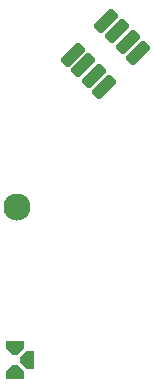
<source format=gbr>
%TF.GenerationSoftware,KiCad,Pcbnew,8.0.4-8.0.4-0~ubuntu24.04.1*%
%TF.CreationDate,2024-08-17T18:05:16+02:00*%
%TF.ProjectId,KSS-220A_Lens_Flex,4b53532d-3232-4304-915f-4c656e735f46,0.1*%
%TF.SameCoordinates,Original*%
%TF.FileFunction,Soldermask,Bot*%
%TF.FilePolarity,Negative*%
%FSLAX46Y46*%
G04 Gerber Fmt 4.6, Leading zero omitted, Abs format (unit mm)*
G04 Created by KiCad (PCBNEW 8.0.4-8.0.4-0~ubuntu24.04.1) date 2024-08-17 18:05:16*
%MOMM*%
%LPD*%
G01*
G04 APERTURE LIST*
G04 Aperture macros list*
%AMRoundRect*
0 Rectangle with rounded corners*
0 $1 Rounding radius*
0 $2 $3 $4 $5 $6 $7 $8 $9 X,Y pos of 4 corners*
0 Add a 4 corners polygon primitive as box body*
4,1,4,$2,$3,$4,$5,$6,$7,$8,$9,$2,$3,0*
0 Add four circle primitives for the rounded corners*
1,1,$1+$1,$2,$3*
1,1,$1+$1,$4,$5*
1,1,$1+$1,$6,$7*
1,1,$1+$1,$8,$9*
0 Add four rect primitives between the rounded corners*
20,1,$1+$1,$2,$3,$4,$5,0*
20,1,$1+$1,$4,$5,$6,$7,0*
20,1,$1+$1,$6,$7,$8,$9,0*
20,1,$1+$1,$8,$9,$2,$3,0*%
%AMOutline5P*
0 Free polygon, 5 corners , with rotation*
0 The origin of the aperture is its center*
0 number of corners: always 5*
0 $1 to $10 corner X, Y*
0 $11 Rotation angle, in degrees counterclockwise*
0 create outline with 5 corners*
4,1,5,$1,$2,$3,$4,$5,$6,$7,$8,$9,$10,$1,$2,$11*%
%AMOutline6P*
0 Free polygon, 6 corners , with rotation*
0 The origin of the aperture is its center*
0 number of corners: always 6*
0 $1 to $12 corner X, Y*
0 $13 Rotation angle, in degrees counterclockwise*
0 create outline with 6 corners*
4,1,6,$1,$2,$3,$4,$5,$6,$7,$8,$9,$10,$11,$12,$1,$2,$13*%
%AMOutline7P*
0 Free polygon, 7 corners , with rotation*
0 The origin of the aperture is its center*
0 number of corners: always 7*
0 $1 to $14 corner X, Y*
0 $15 Rotation angle, in degrees counterclockwise*
0 create outline with 7 corners*
4,1,7,$1,$2,$3,$4,$5,$6,$7,$8,$9,$10,$11,$12,$13,$14,$1,$2,$15*%
%AMOutline8P*
0 Free polygon, 8 corners , with rotation*
0 The origin of the aperture is its center*
0 number of corners: always 8*
0 $1 to $16 corner X, Y*
0 $17 Rotation angle, in degrees counterclockwise*
0 create outline with 8 corners*
4,1,8,$1,$2,$3,$4,$5,$6,$7,$8,$9,$10,$11,$12,$13,$14,$15,$16,$1,$2,$17*%
G04 Aperture macros list end*
%ADD10C,2.300000*%
%ADD11Outline6P,-0.800000X0.000000X-0.200000X0.600000X0.200000X0.600000X0.800000X0.000000X0.800000X-0.600000X-0.800000X-0.600000X0.000000*%
%ADD12Outline6P,-0.800000X0.000000X-0.200000X0.600000X0.200000X0.600000X0.800000X0.000000X0.800000X-0.600000X-0.800000X-0.600000X90.000000*%
%ADD13Outline6P,-0.800000X0.000000X-0.200000X0.600000X0.200000X0.600000X0.800000X0.000000X0.800000X-0.600000X-0.800000X-0.600000X180.000000*%
%ADD14RoundRect,0.250000X-0.424264X-0.777817X0.777817X0.424264X0.424264X0.777817X-0.777817X-0.424264X0*%
%ADD15RoundRect,0.250000X0.424264X0.777817X-0.777817X-0.424264X-0.424264X-0.777817X0.777817X0.424264X0*%
G04 APERTURE END LIST*
D10*
%TO.C,H1*%
X94850000Y-48300000D03*
%TD*%
D11*
%TO.C,CN5*%
X94700000Y-62250000D03*
D12*
X95700000Y-61250000D03*
D13*
X94700000Y-60250000D03*
%TD*%
D14*
%TO.C,CN3*%
X99538748Y-35417175D03*
D15*
X102402530Y-32553393D03*
D14*
X100390812Y-36269239D03*
D15*
X103254594Y-33405457D03*
D14*
X101334799Y-37213226D03*
D15*
X104195046Y-34345909D03*
D14*
X102229289Y-38107716D03*
D15*
X105093071Y-35243934D03*
%TD*%
M02*

</source>
